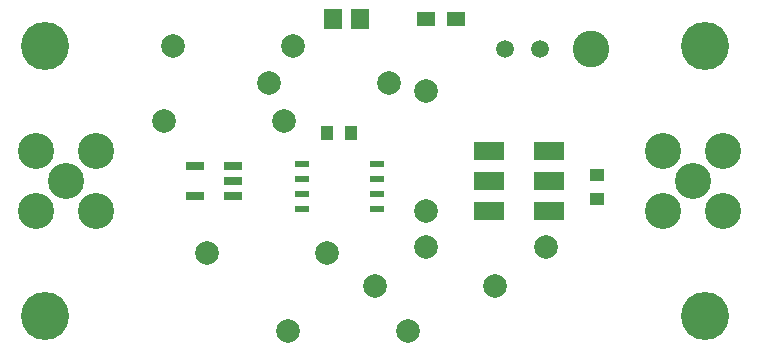
<source format=gbr>
G04 #@! TF.FileFunction,Soldermask,Top*
%FSLAX46Y46*%
G04 Gerber Fmt 4.6, Leading zero omitted, Abs format (unit mm)*
G04 Created by KiCad (PCBNEW 4.0.1-3.201512221401+6198~38~ubuntu15.10.1-stable) date Tue 19 Jan 2016 07:49:42 AM PST*
%MOMM*%
G01*
G04 APERTURE LIST*
%ADD10C,0.100000*%
%ADD11R,1.549400X1.800860*%
%ADD12R,1.000000X1.250000*%
%ADD13R,1.250000X1.000000*%
%ADD14C,3.048000*%
%ADD15R,1.500000X1.250000*%
%ADD16C,1.500000*%
%ADD17C,3.100000*%
%ADD18C,1.998980*%
%ADD19R,1.650000X0.760000*%
%ADD20R,2.540000X1.650000*%
%ADD21R,1.143000X0.508000*%
%ADD22C,4.064000*%
G04 APERTURE END LIST*
D10*
D11*
X148623020Y-94488000D03*
X146270980Y-94488000D03*
D12*
X147812000Y-104140000D03*
X145812000Y-104140000D03*
D13*
X168656000Y-109712000D03*
X168656000Y-107712000D03*
D14*
X123698000Y-108204000D03*
X121158000Y-110744000D03*
X121158000Y-105664000D03*
X126238000Y-105664000D03*
X126238000Y-110744000D03*
X176784000Y-108204000D03*
X179324000Y-105664000D03*
X179324000Y-110744000D03*
X174244000Y-110744000D03*
X174244000Y-105664000D03*
D15*
X154198000Y-94488000D03*
X156698000Y-94488000D03*
D16*
X160830000Y-97028000D03*
X163830000Y-97028000D03*
D17*
X168150000Y-97028000D03*
D18*
X142113000Y-103124000D03*
X131953000Y-103124000D03*
X145796000Y-114300000D03*
X135636000Y-114300000D03*
X154178000Y-113792000D03*
X164338000Y-113792000D03*
X154178000Y-100584000D03*
X154178000Y-110744000D03*
X132715000Y-96774000D03*
X142875000Y-96774000D03*
X152654000Y-120904000D03*
X142494000Y-120904000D03*
X140843000Y-99949000D03*
X151003000Y-99949000D03*
X160020000Y-117094000D03*
X149860000Y-117094000D03*
D19*
X134620000Y-106934000D03*
X134620000Y-109474000D03*
X137795000Y-106934000D03*
X137795000Y-108204000D03*
X137795000Y-109474000D03*
D20*
X159512000Y-105664000D03*
X164592000Y-105664000D03*
X159512000Y-108204000D03*
X159512000Y-110744000D03*
X164592000Y-110744000D03*
X164592000Y-108204000D03*
D21*
X149987000Y-106807000D03*
X149987000Y-108077000D03*
X149987000Y-109347000D03*
X149987000Y-110617000D03*
X143637000Y-110617000D03*
X143637000Y-109347000D03*
X143637000Y-108077000D03*
X143637000Y-106807000D03*
D22*
X121920000Y-96774000D03*
X121920000Y-119634000D03*
X177800000Y-119634000D03*
X177800000Y-96774000D03*
M02*

</source>
